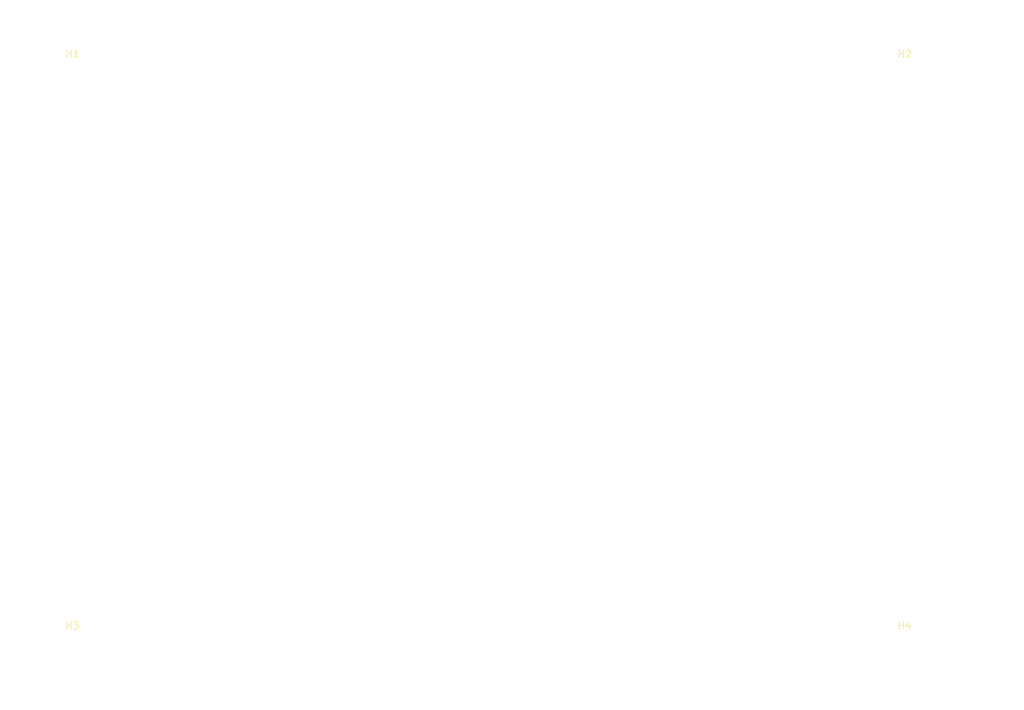
<source format=kicad_pcb>
(kicad_pcb (version 20210228) (generator pcbnew)
  (title_block (title "Enter Title On Page Setting Dialog") (rev "1") (company "KiCAD"))
  (layers (0 "F.Cu" signal) (31 "B.Cu" signal) (34 "B.Paste" user) (35 "F.Paste" user) (36 "B.SilkS" user "B.Silkscreen") (37 "F.SilkS" user "F.Silkscreen") (38 "B.Mask" user) (39 "F.Mask" user) (44 "Edge.Cuts" user))
  (net 0 "")
  (footprint "MountingHole:MountingHole_3.2mm_M3" (layer "F.Cu") (at 74.3 52.2)
    (fp_text reference "H1" (at 5.16 -0.205) (layer "F.SilkS"))
    (fp_text value "MountingHole")
    (pad "1" np_thru_hole circle (at 0 0) (size 3.2 3.2) (drill 3.2) (layers *.Cu *.Mask))
  )
  (footprint "MountingHole:MountingHole_3.2mm_M3" (layer "F.Cu") (at 203.3 52.2)
    (fp_text reference "H2" (at -5.26 -0.205) (layer "F.SilkS"))
    (fp_text value "MountingHole")
    (pad "1" np_thru_hole circle (at 0 0) (size 3.2 3.2) (drill 3.2) (layers *.Cu *.Mask))
  )
  (footprint "MountingHole:MountingHole_3.2mm_M3" (layer "F.Cu") (at 74.3 133.6)
    (fp_text reference "H3" (at 5.16 -0.08) (layer "F.SilkS"))
    (fp_text value "MountingHole")
    (pad "1" np_thru_hole circle (at 0 0) (size 3.2 3.2) (drill 3.2) (layers *.Cu *.Mask))
  )
  (footprint "MountingHole:MountingHole_3.2mm_M3" (layer "F.Cu") (at 203.3 133.6)
    (fp_text reference "H4" (at -5.26 -0.08) (layer "F.SilkS"))
    (fp_text value "MountingHole")
    (pad "1" np_thru_hole circle (at 0 0) (size 3.2 3.2) (drill 3.2) (layers *.Cu *.Mask))
  )
  (gr_line (start 69.3 47.2) (end 69.3 138.6) (layer "Edge.Cuts") (width 0.00254))
  (gr_line (start 69.3 138.6) (end 208.3 138.6) (layer "Edge.Cuts") (width 0.00254))
  (gr_line (start 208.3 47.2) (end 69.3 47.2) (layer "Edge.Cuts") (width 0.00254))
  (gr_line (start 208.3 47.2) (end 208.3 138.6) (layer "Edge.Cuts") (width 0.00254))
)
</source>
